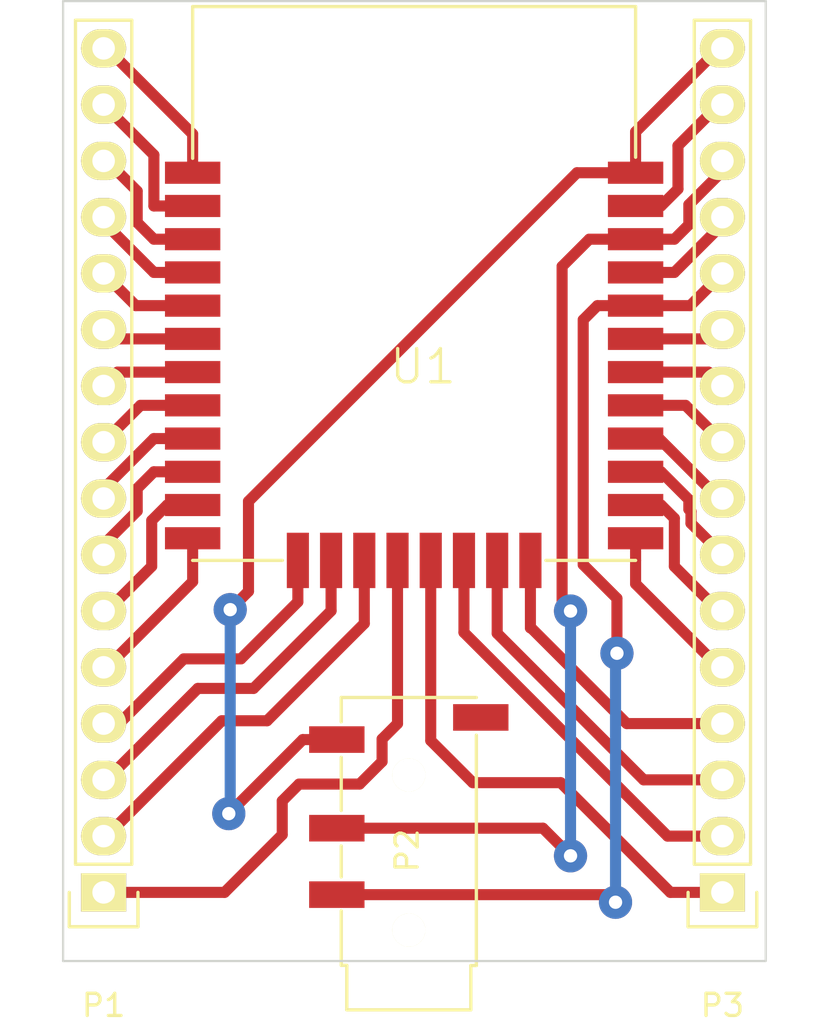
<source format=kicad_pcb>
(kicad_pcb (version 4) (host pcbnew 0.201512080931+6353~38~ubuntu14.04.1-stable)

  (general
    (links 35)
    (no_connects 0)
    (area 142.901199 85.446399 174.725801 128.878801)
    (thickness 1.6)
    (drawings 4)
    (tracks 159)
    (zones 0)
    (modules 4)
    (nets 33)
  )

  (page A4)
  (layers
    (0 F.Cu signal)
    (31 B.Cu signal)
    (32 B.Adhes user)
    (33 F.Adhes user)
    (34 B.Paste user)
    (35 F.Paste user)
    (36 B.SilkS user)
    (37 F.SilkS user)
    (38 B.Mask user)
    (39 F.Mask user)
    (40 Dwgs.User user)
    (41 Cmts.User user)
    (42 Eco1.User user)
    (43 Eco2.User user)
    (44 Edge.Cuts user)
    (45 Margin user)
    (46 B.CrtYd user)
    (47 F.CrtYd user)
    (48 B.Fab user)
    (49 F.Fab user)
  )

  (setup
    (last_trace_width 0.5)
    (trace_clearance 0.25)
    (zone_clearance 0.508)
    (zone_45_only no)
    (trace_min 0.2)
    (segment_width 0.2)
    (edge_width 0.1)
    (via_size 1.5)
    (via_drill 0.6)
    (via_min_size 0.4)
    (via_min_drill 0.3)
    (uvia_size 0.3)
    (uvia_drill 0.1)
    (uvias_allowed no)
    (uvia_min_size 0.2)
    (uvia_min_drill 0.1)
    (pcb_text_width 0.3)
    (pcb_text_size 1.5 1.5)
    (mod_edge_width 0.15)
    (mod_text_size 1 1)
    (mod_text_width 0.15)
    (pad_size 2.032 1.7272)
    (pad_drill 1.016)
    (pad_to_mask_clearance 0)
    (aux_axis_origin 0 0)
    (visible_elements FFFFFF7F)
    (pcbplotparams
      (layerselection 0x00030_80000001)
      (usegerberextensions false)
      (excludeedgelayer true)
      (linewidth 0.600000)
      (plotframeref false)
      (viasonmask false)
      (mode 1)
      (useauxorigin false)
      (hpglpennumber 1)
      (hpglpenspeed 20)
      (hpglpendiameter 15)
      (hpglpenoverlay 2)
      (psnegative false)
      (psa4output false)
      (plotreference true)
      (plotvalue true)
      (plotinvisibletext false)
      (padsonsilk false)
      (subtractmaskfromsilk false)
      (outputformat 1)
      (mirror false)
      (drillshape 1)
      (scaleselection 1)
      (outputdirectory ""))
  )

  (net 0 "")
  (net 1 "Net-(P1-Pad1)")
  (net 2 "Net-(P1-Pad2)")
  (net 3 "Net-(P1-Pad3)")
  (net 4 "Net-(P1-Pad4)")
  (net 5 "Net-(P1-Pad5)")
  (net 6 "Net-(P1-Pad6)")
  (net 7 "Net-(P1-Pad7)")
  (net 8 "Net-(P1-Pad8)")
  (net 9 "Net-(P1-Pad9)")
  (net 10 "Net-(P1-Pad10)")
  (net 11 "Net-(P1-Pad11)")
  (net 12 "Net-(P1-Pad12)")
  (net 13 "Net-(P1-Pad13)")
  (net 14 "Net-(P1-Pad14)")
  (net 15 "Net-(P1-Pad15)")
  (net 16 "Net-(P1-Pad16)")
  (net 17 "Net-(P2-Pad5)")
  (net 18 "Net-(P2-Pad2)")
  (net 19 "Net-(P2-Pad1)")
  (net 20 "Net-(P3-Pad1)")
  (net 21 "Net-(P3-Pad2)")
  (net 22 "Net-(P3-Pad3)")
  (net 23 "Net-(P3-Pad4)")
  (net 24 "Net-(P3-Pad5)")
  (net 25 "Net-(P3-Pad6)")
  (net 26 "Net-(P3-Pad7)")
  (net 27 "Net-(P3-Pad8)")
  (net 28 "Net-(P3-Pad9)")
  (net 29 "Net-(P3-Pad10)")
  (net 30 "Net-(P3-Pad11)")
  (net 31 "Net-(P3-Pad13)")
  (net 32 "Net-(P3-Pad15)")

  (net_class Default "This is the default net class."
    (clearance 0.25)
    (trace_width 0.5)
    (via_dia 1.5)
    (via_drill 0.6)
    (uvia_dia 0.3)
    (uvia_drill 0.1)
    (add_net "Net-(P1-Pad1)")
    (add_net "Net-(P1-Pad10)")
    (add_net "Net-(P1-Pad11)")
    (add_net "Net-(P1-Pad12)")
    (add_net "Net-(P1-Pad13)")
    (add_net "Net-(P1-Pad14)")
    (add_net "Net-(P1-Pad15)")
    (add_net "Net-(P1-Pad16)")
    (add_net "Net-(P1-Pad2)")
    (add_net "Net-(P1-Pad3)")
    (add_net "Net-(P1-Pad4)")
    (add_net "Net-(P1-Pad5)")
    (add_net "Net-(P1-Pad6)")
    (add_net "Net-(P1-Pad7)")
    (add_net "Net-(P1-Pad8)")
    (add_net "Net-(P1-Pad9)")
    (add_net "Net-(P2-Pad1)")
    (add_net "Net-(P2-Pad2)")
    (add_net "Net-(P2-Pad5)")
    (add_net "Net-(P3-Pad1)")
    (add_net "Net-(P3-Pad10)")
    (add_net "Net-(P3-Pad11)")
    (add_net "Net-(P3-Pad13)")
    (add_net "Net-(P3-Pad15)")
    (add_net "Net-(P3-Pad2)")
    (add_net "Net-(P3-Pad3)")
    (add_net "Net-(P3-Pad4)")
    (add_net "Net-(P3-Pad5)")
    (add_net "Net-(P3-Pad6)")
    (add_net "Net-(P3-Pad7)")
    (add_net "Net-(P3-Pad8)")
    (add_net "Net-(P3-Pad9)")
  )

  (module Pin_Headers:Pin_Header_Straight_1x16 (layer F.Cu) (tedit 5673344E) (tstamp 55EC7A15)
    (at 144.78 125.73 180)
    (descr "Through hole pin header")
    (tags "pin header")
    (path /55EC634B)
    (fp_text reference P1 (at 0 -5.1 180) (layer F.SilkS)
      (effects (font (size 1 1) (thickness 0.15)))
    )
    (fp_text value CONN_01X16 (at -0.2794 -4.318 180) (layer F.Fab)
      (effects (font (size 1 1) (thickness 0.15)))
    )
    (fp_line (start -1.75 -1.75) (end -1.75 39.85) (layer F.CrtYd) (width 0.05))
    (fp_line (start 1.75 -1.75) (end 1.75 39.85) (layer F.CrtYd) (width 0.05))
    (fp_line (start -1.75 -1.75) (end 1.75 -1.75) (layer F.CrtYd) (width 0.05))
    (fp_line (start -1.75 39.85) (end 1.75 39.85) (layer F.CrtYd) (width 0.05))
    (fp_line (start -1.27 1.27) (end -1.27 39.37) (layer F.SilkS) (width 0.15))
    (fp_line (start -1.27 39.37) (end 1.27 39.37) (layer F.SilkS) (width 0.15))
    (fp_line (start 1.27 39.37) (end 1.27 1.27) (layer F.SilkS) (width 0.15))
    (fp_line (start 1.55 -1.55) (end 1.55 0) (layer F.SilkS) (width 0.15))
    (fp_line (start 1.27 1.27) (end -1.27 1.27) (layer F.SilkS) (width 0.15))
    (fp_line (start -1.55 0) (end -1.55 -1.55) (layer F.SilkS) (width 0.15))
    (fp_line (start -1.55 -1.55) (end 1.55 -1.55) (layer F.SilkS) (width 0.15))
    (pad 1 thru_hole rect (at 0 0 180) (size 2.032 1.7272) (drill 1.016) (layers *.Cu *.Mask F.SilkS)
      (net 1 "Net-(P1-Pad1)"))
    (pad 2 thru_hole oval (at 0 2.54 180) (size 2.032 1.7272) (drill 1.016) (layers *.Cu *.Mask F.SilkS)
      (net 2 "Net-(P1-Pad2)"))
    (pad 3 thru_hole oval (at 0 5.08 180) (size 2.032 1.7272) (drill 1.016) (layers *.Cu *.Mask F.SilkS)
      (net 3 "Net-(P1-Pad3)"))
    (pad 4 thru_hole oval (at 0 7.62 180) (size 2.032 1.7272) (drill 1.016) (layers *.Cu *.Mask F.SilkS)
      (net 4 "Net-(P1-Pad4)"))
    (pad 5 thru_hole oval (at 0 10.16 180) (size 2.032 1.7272) (drill 1.016) (layers *.Cu *.Mask F.SilkS)
      (net 5 "Net-(P1-Pad5)"))
    (pad 6 thru_hole oval (at 0 12.7 180) (size 2.032 1.7272) (drill 1.016) (layers *.Cu *.Mask F.SilkS)
      (net 6 "Net-(P1-Pad6)"))
    (pad 7 thru_hole oval (at 0 15.24 180) (size 2.032 1.7272) (drill 1.016) (layers *.Cu *.Mask F.SilkS)
      (net 7 "Net-(P1-Pad7)"))
    (pad 8 thru_hole oval (at 0 17.78 180) (size 2.032 1.7272) (drill 1.016) (layers *.Cu *.Mask F.SilkS)
      (net 8 "Net-(P1-Pad8)"))
    (pad 9 thru_hole oval (at 0 20.32 180) (size 2.032 1.7272) (drill 1.016) (layers *.Cu *.Mask F.SilkS)
      (net 9 "Net-(P1-Pad9)"))
    (pad 10 thru_hole oval (at 0 22.86 180) (size 2.032 1.7272) (drill 1.016) (layers *.Cu *.Mask F.SilkS)
      (net 10 "Net-(P1-Pad10)"))
    (pad 11 thru_hole oval (at 0 25.4 180) (size 2.032 1.7272) (drill 1.016) (layers *.Cu *.Mask F.SilkS)
      (net 11 "Net-(P1-Pad11)"))
    (pad 12 thru_hole oval (at 0 27.94 180) (size 2.032 1.7272) (drill 1.016) (layers *.Cu *.Mask F.SilkS)
      (net 12 "Net-(P1-Pad12)"))
    (pad 13 thru_hole oval (at 0 30.48 180) (size 2.032 1.7272) (drill 1.016) (layers *.Cu *.Mask F.SilkS)
      (net 13 "Net-(P1-Pad13)"))
    (pad 14 thru_hole oval (at 0 33.02 180) (size 2.032 1.7272) (drill 1.016) (layers *.Cu *.Mask F.SilkS)
      (net 14 "Net-(P1-Pad14)"))
    (pad 15 thru_hole oval (at 0 35.56 180) (size 2.032 1.7272) (drill 1.016) (layers *.Cu *.Mask F.SilkS)
      (net 15 "Net-(P1-Pad15)"))
    (pad 16 thru_hole oval (at 0 38.1 180) (size 2.032 1.7272) (drill 1.016) (layers *.Cu *.Mask F.SilkS)
      (net 16 "Net-(P1-Pad16)"))
    (model Pin_Headers.3dshapes/Pin_Header_Straight_1x16.wrl
      (at (xyz 0 -0.75 0))
      (scale (xyz 1 1 1))
      (rotate (xyz 0 0 90))
    )
  )

  (module Pin_Headers:Pin_Header_Straight_1x16 (layer F.Cu) (tedit 56733455) (tstamp 55EC7A32)
    (at 172.72 125.73 180)
    (descr "Through hole pin header")
    (tags "pin header")
    (path /55EC639E)
    (fp_text reference P3 (at 0 -5.1 180) (layer F.SilkS)
      (effects (font (size 1 1) (thickness 0.15)))
    )
    (fp_text value CONN_01X16 (at 0 -3.1 180) (layer F.Fab)
      (effects (font (size 1 1) (thickness 0.15)))
    )
    (fp_line (start -1.75 -1.75) (end -1.75 39.85) (layer F.CrtYd) (width 0.05))
    (fp_line (start 1.75 -1.75) (end 1.75 39.85) (layer F.CrtYd) (width 0.05))
    (fp_line (start -1.75 -1.75) (end 1.75 -1.75) (layer F.CrtYd) (width 0.05))
    (fp_line (start -1.75 39.85) (end 1.75 39.85) (layer F.CrtYd) (width 0.05))
    (fp_line (start -1.27 1.27) (end -1.27 39.37) (layer F.SilkS) (width 0.15))
    (fp_line (start -1.27 39.37) (end 1.27 39.37) (layer F.SilkS) (width 0.15))
    (fp_line (start 1.27 39.37) (end 1.27 1.27) (layer F.SilkS) (width 0.15))
    (fp_line (start 1.55 -1.55) (end 1.55 0) (layer F.SilkS) (width 0.15))
    (fp_line (start 1.27 1.27) (end -1.27 1.27) (layer F.SilkS) (width 0.15))
    (fp_line (start -1.55 0) (end -1.55 -1.55) (layer F.SilkS) (width 0.15))
    (fp_line (start -1.55 -1.55) (end 1.55 -1.55) (layer F.SilkS) (width 0.15))
    (pad 1 thru_hole rect (at 0 0 180) (size 2.032 1.7272) (drill 1.016) (layers *.Cu *.Mask F.SilkS)
      (net 20 "Net-(P3-Pad1)"))
    (pad 2 thru_hole oval (at 0 2.54 180) (size 2.032 1.7272) (drill 1.016) (layers *.Cu *.Mask F.SilkS)
      (net 21 "Net-(P3-Pad2)"))
    (pad 3 thru_hole oval (at 0 5.08 180) (size 2.032 1.7272) (drill 1.016) (layers *.Cu *.Mask F.SilkS)
      (net 22 "Net-(P3-Pad3)"))
    (pad 4 thru_hole oval (at 0 7.62 180) (size 2.032 1.7272) (drill 1.016) (layers *.Cu *.Mask F.SilkS)
      (net 23 "Net-(P3-Pad4)"))
    (pad 5 thru_hole oval (at 0 10.16 180) (size 2.032 1.7272) (drill 1.016) (layers *.Cu *.Mask F.SilkS)
      (net 24 "Net-(P3-Pad5)"))
    (pad 6 thru_hole oval (at 0 12.7 180) (size 2.032 1.7272) (drill 1.016) (layers *.Cu *.Mask F.SilkS)
      (net 25 "Net-(P3-Pad6)"))
    (pad 7 thru_hole oval (at 0 15.24 180) (size 2.032 1.7272) (drill 1.016) (layers *.Cu *.Mask F.SilkS)
      (net 26 "Net-(P3-Pad7)"))
    (pad 8 thru_hole oval (at 0 17.78 180) (size 2.032 1.7272) (drill 1.016) (layers *.Cu *.Mask F.SilkS)
      (net 27 "Net-(P3-Pad8)"))
    (pad 9 thru_hole oval (at 0 20.32 180) (size 2.032 1.7272) (drill 1.016) (layers *.Cu *.Mask F.SilkS)
      (net 28 "Net-(P3-Pad9)"))
    (pad 10 thru_hole oval (at 0 22.86 180) (size 2.032 1.7272) (drill 1.016) (layers *.Cu *.Mask F.SilkS)
      (net 29 "Net-(P3-Pad10)"))
    (pad 11 thru_hole oval (at 0 25.4 180) (size 2.032 1.7272) (drill 1.016) (layers *.Cu *.Mask F.SilkS)
      (net 30 "Net-(P3-Pad11)"))
    (pad 12 thru_hole oval (at 0 27.94 180) (size 2.032 1.7272) (drill 1.016) (layers *.Cu *.Mask F.SilkS)
      (net 19 "Net-(P2-Pad1)"))
    (pad 13 thru_hole oval (at 0 30.48 180) (size 2.032 1.7272) (drill 1.016) (layers *.Cu *.Mask F.SilkS)
      (net 31 "Net-(P3-Pad13)"))
    (pad 14 thru_hole oval (at 0 33.02 180) (size 2.032 1.7272) (drill 1.016) (layers *.Cu *.Mask F.SilkS)
      (net 18 "Net-(P2-Pad2)"))
    (pad 15 thru_hole oval (at 0 35.56 180) (size 2.032 1.7272) (drill 1.016) (layers *.Cu *.Mask F.SilkS)
      (net 32 "Net-(P3-Pad15)"))
    (pad 16 thru_hole oval (at 0 38.1 180) (size 2.032 1.7272) (drill 1.016) (layers *.Cu *.Mask F.SilkS)
      (net 17 "Net-(P2-Pad5)"))
    (model Pin_Headers.3dshapes/Pin_Header_Straight_1x16.wrl
      (at (xyz 0 -0.75 0))
      (scale (xyz 1 1 1))
      (rotate (xyz 0 0 90))
    )
  )

  (module modules:MB-CM15113 (layer F.Cu) (tedit 567337EC) (tstamp 55EC7A56)
    (at 148.8 110.744)
    (path /55EC62E4)
    (fp_text reference U1 (at 10.4 -8.75) (layer F.SilkS)
      (effects (font (size 1.5 1.5) (thickness 0.15)))
    )
    (fp_text value MB-CM15113 (at 10 -13.45) (layer F.Fab)
      (effects (font (size 1.5 1.5) (thickness 0.15)))
    )
    (fp_line (start 20 -18.2) (end 20 -25) (layer F.SilkS) (width 0.15))
    (fp_line (start 20 -25) (end 0 -25) (layer F.SilkS) (width 0.15))
    (fp_line (start 0 -25) (end 0 -18.15) (layer F.SilkS) (width 0.15))
    (fp_line (start 20 0) (end 15.95 0) (layer F.SilkS) (width 0.15))
    (fp_line (start 0 0) (end 4.05 0) (layer F.SilkS) (width 0.15))
    (pad 1 smd rect (at 0 -17.5) (size 2.5 1) (layers F.Cu F.Paste F.Mask)
      (net 16 "Net-(P1-Pad16)"))
    (pad 2 smd rect (at 0 -16) (size 2.5 1) (layers F.Cu F.Paste F.Mask)
      (net 15 "Net-(P1-Pad15)"))
    (pad 3 smd rect (at 0 -14.5) (size 2.5 1) (layers F.Cu F.Paste F.Mask)
      (net 14 "Net-(P1-Pad14)"))
    (pad 4 smd rect (at 0 -13) (size 2.5 1) (layers F.Cu F.Paste F.Mask)
      (net 13 "Net-(P1-Pad13)"))
    (pad 5 smd rect (at 0 -11.5) (size 2.5 1) (layers F.Cu F.Paste F.Mask)
      (net 12 "Net-(P1-Pad12)"))
    (pad 6 smd rect (at 0 -10) (size 2.5 1) (layers F.Cu F.Paste F.Mask)
      (net 11 "Net-(P1-Pad11)"))
    (pad 7 smd rect (at 0 -8.5) (size 2.5 1) (layers F.Cu F.Paste F.Mask)
      (net 10 "Net-(P1-Pad10)"))
    (pad 8 smd rect (at 0 -7) (size 2.5 1) (layers F.Cu F.Paste F.Mask)
      (net 9 "Net-(P1-Pad9)"))
    (pad 9 smd rect (at 0 -5.5) (size 2.5 1) (layers F.Cu F.Paste F.Mask)
      (net 8 "Net-(P1-Pad8)"))
    (pad 10 smd rect (at 0 -4) (size 2.5 1) (layers F.Cu F.Paste F.Mask)
      (net 7 "Net-(P1-Pad7)"))
    (pad 11 smd rect (at 0 -2.5) (size 2.5 1) (layers F.Cu F.Paste F.Mask)
      (net 6 "Net-(P1-Pad6)"))
    (pad 12 smd rect (at 0 -1) (size 2.5 1) (layers F.Cu F.Paste F.Mask)
      (net 5 "Net-(P1-Pad5)"))
    (pad 13 smd rect (at 4.75 0) (size 1 2.5) (layers F.Cu F.Paste F.Mask)
      (net 4 "Net-(P1-Pad4)"))
    (pad 14 smd rect (at 6.25 0) (size 1 2.5) (layers F.Cu F.Paste F.Mask)
      (net 3 "Net-(P1-Pad3)"))
    (pad 15 smd rect (at 7.75 0) (size 1 2.5) (layers F.Cu F.Paste F.Mask)
      (net 2 "Net-(P1-Pad2)"))
    (pad 16 smd rect (at 9.25 0) (size 1 2.5) (layers F.Cu F.Paste F.Mask)
      (net 1 "Net-(P1-Pad1)"))
    (pad 17 smd rect (at 10.75 0) (size 1 2.5) (layers F.Cu F.Paste F.Mask)
      (net 20 "Net-(P3-Pad1)"))
    (pad 18 smd rect (at 12.25 0) (size 1 2.5) (layers F.Cu F.Paste F.Mask)
      (net 21 "Net-(P3-Pad2)"))
    (pad 19 smd rect (at 13.75 0) (size 1 2.5) (layers F.Cu F.Paste F.Mask)
      (net 22 "Net-(P3-Pad3)"))
    (pad 20 smd rect (at 15.25 0) (size 1 2.5) (layers F.Cu F.Paste F.Mask)
      (net 23 "Net-(P3-Pad4)"))
    (pad 32 smd rect (at 20 -17.5) (size 2.5 1) (layers F.Cu F.Paste F.Mask)
      (net 17 "Net-(P2-Pad5)"))
    (pad 31 smd rect (at 20 -16) (size 2.5 1) (layers F.Cu F.Paste F.Mask)
      (net 32 "Net-(P3-Pad15)"))
    (pad 30 smd rect (at 20 -14.5) (size 2.5 1) (layers F.Cu F.Paste F.Mask)
      (net 18 "Net-(P2-Pad2)"))
    (pad 29 smd rect (at 20 -13) (size 2.5 1) (layers F.Cu F.Paste F.Mask)
      (net 31 "Net-(P3-Pad13)"))
    (pad 28 smd rect (at 20 -11.5) (size 2.5 1) (layers F.Cu F.Paste F.Mask)
      (net 19 "Net-(P2-Pad1)"))
    (pad 27 smd rect (at 20 -10) (size 2.5 1) (layers F.Cu F.Paste F.Mask)
      (net 30 "Net-(P3-Pad11)"))
    (pad 26 smd rect (at 20 -8.5) (size 2.5 1) (layers F.Cu F.Paste F.Mask)
      (net 29 "Net-(P3-Pad10)"))
    (pad 25 smd rect (at 20 -7) (size 2.5 1) (layers F.Cu F.Paste F.Mask)
      (net 28 "Net-(P3-Pad9)"))
    (pad 24 smd rect (at 20 -5.5) (size 2.5 1) (layers F.Cu F.Paste F.Mask)
      (net 27 "Net-(P3-Pad8)"))
    (pad 23 smd rect (at 20 -4) (size 2.5 1) (layers F.Cu F.Paste F.Mask)
      (net 26 "Net-(P3-Pad7)"))
    (pad 22 smd rect (at 20 -2.5) (size 2.5 1) (layers F.Cu F.Paste F.Mask)
      (net 25 "Net-(P3-Pad6)"))
    (pad 21 smd rect (at 20 -1) (size 2.5 1) (layers F.Cu F.Paste F.Mask)
      (net 24 "Net-(P3-Pad5)"))
  )

  (module jacks:PJ3020D (layer F.Cu) (tedit 5673F0DC) (tstamp 567410B5)
    (at 158.5595 129.032 180)
    (path /55EC6792)
    (fp_text reference P2 (at 0.08 5.19 270) (layer F.SilkS)
      (effects (font (size 1 1) (thickness 0.15)))
    )
    (fp_text value CONN_01X05 (at -1.87 5.69 270) (layer F.Fab)
      (effects (font (size 1 1) (thickness 0.15)))
    )
    (fp_line (start 3.05 11) (end 3.05 12.1) (layer F.SilkS) (width 0.15))
    (fp_line (start 3.05 12.1) (end -3.05 12.1) (layer F.SilkS) (width 0.15))
    (fp_line (start 3.05 7) (end 3.05 9.4) (layer F.SilkS) (width 0.15))
    (fp_line (start 3.05 2.47) (end 3.05 0.01) (layer F.SilkS) (width 0.15))
    (fp_line (start 3.05 0.01) (end 2.8 0.01) (layer F.SilkS) (width 0.15))
    (fp_line (start 2.8 0) (end 2.8 -2) (layer F.SilkS) (width 0.15))
    (fp_line (start 2.8 -2) (end -2.8 -2) (layer F.SilkS) (width 0.15))
    (fp_line (start -2.8 -2) (end -2.8 0) (layer F.SilkS) (width 0.15))
    (fp_line (start -2.8 0) (end -3.05 0) (layer F.SilkS) (width 0.15))
    (fp_line (start -3.05 0) (end -3.05 10.4) (layer F.SilkS) (width 0.15))
    (fp_line (start 3.05 5.4) (end 3.05 4) (layer F.SilkS) (width 0.15))
    (pad "" np_thru_hole circle (at 0 1.6 180) (size 1.5 1.5) (drill 1.5) (layers *.Cu *.Mask F.SilkS))
    (pad "" np_thru_hole circle (at 0 8.6 180) (size 1.5 1.5) (drill 1.5) (layers *.Cu *.Mask F.SilkS))
    (pad 1 smd rect (at 3.25 3.2 180) (size 2.5 1.2) (layers F.Cu F.Paste F.Mask)
      (net 19 "Net-(P2-Pad1)"))
    (pad 2 smd rect (at 3.25 6.2 180) (size 2.5 1.2) (layers F.Cu F.Paste F.Mask)
      (net 18 "Net-(P2-Pad2)"))
    (pad 5 smd rect (at 3.25 10.2 180) (size 2.5 1.2) (layers F.Cu F.Paste F.Mask)
      (net 17 "Net-(P2-Pad5)"))
    (pad 6 smd rect (at -3.25 11.2 180) (size 2.5 1.2) (layers F.Cu F.Paste F.Mask))
  )

  (gr_line (start 142.9512 85.4964) (end 174.6758 85.4964) (angle 90) (layer Edge.Cuts) (width 0.1))
  (gr_line (start 142.9512 128.8288) (end 174.6758 128.8288) (angle 90) (layer Edge.Cuts) (width 0.1))
  (gr_line (start 142.9512 85.4964) (end 142.9512 128.8288) (angle 90) (layer Edge.Cuts) (width 0.1))
  (gr_line (start 174.6758 128.8034) (end 174.6758 85.4964) (angle 90) (layer Edge.Cuts) (width 0.1))

  (segment (start 158.05 110.744) (end 158.05 118.1115) (width 0.5) (layer F.Cu) (net 1) (status 400000))
  (segment (start 157.353 118.8085) (end 157.353 119.8245) (width 0.5) (layer F.Cu) (net 1) (tstamp 56741222))
  (segment (start 158.05 118.1115) (end 157.353 118.8085) (width 0.5) (layer F.Cu) (net 1) (tstamp 56741221))
  (segment (start 144.78 125.73) (end 150.241 125.73) (width 0.5) (layer F.Cu) (net 1) (status 400000))
  (segment (start 150.241 125.73) (end 152.8445 123.1265) (width 0.5) (layer F.Cu) (net 1) (tstamp 5674114D))
  (segment (start 152.8445 123.1265) (end 152.8445 121.6025) (width 0.5) (layer F.Cu) (net 1) (tstamp 5674114F))
  (segment (start 152.8445 121.6025) (end 153.6065 120.8405) (width 0.5) (layer F.Cu) (net 1) (tstamp 56741150))
  (segment (start 153.6065 120.8405) (end 156.337 120.8405) (width 0.5) (layer F.Cu) (net 1) (tstamp 56741151))
  (segment (start 156.337 120.8405) (end 157.353 119.8245) (width 0.5) (layer F.Cu) (net 1) (tstamp 56741152))
  (segment (start 144.78 125.73) (end 144.9324 125.73) (width 0.5) (layer F.Cu) (net 1))
  (segment (start 144.78 123.19) (end 144.907 123.19) (width 0.5) (layer F.Cu) (net 2) (status C00000))
  (segment (start 144.907 123.19) (end 150.114 117.983) (width 0.5) (layer F.Cu) (net 2) (tstamp 5674113C) (status 400000))
  (segment (start 150.114 117.983) (end 152.1587 117.983) (width 0.5) (layer F.Cu) (net 2) (tstamp 5674113D))
  (segment (start 152.1587 117.983) (end 156.55 113.5917) (width 0.5) (layer F.Cu) (net 2) (tstamp 56741141))
  (segment (start 156.55 113.5917) (end 156.55 110.744) (width 0.5) (layer F.Cu) (net 2))
  (segment (start 144.78 123.19) (end 144.9324 123.19) (width 0.5) (layer F.Cu) (net 2))
  (segment (start 144.78 120.65) (end 144.907 120.65) (width 0.5) (layer F.Cu) (net 3) (status C00000))
  (segment (start 144.907 120.65) (end 149.0345 116.5225) (width 0.5) (layer F.Cu) (net 3) (tstamp 56741134) (status 400000))
  (segment (start 149.0345 116.5225) (end 151.5491 116.5225) (width 0.5) (layer F.Cu) (net 3) (tstamp 56741135))
  (segment (start 144.9324 120.65) (end 144.78 120.65) (width 0.5) (layer F.Cu) (net 3))
  (segment (start 155.05 113.0216) (end 151.5491 116.5225) (width 0.5) (layer F.Cu) (net 3))
  (segment (start 155.05 110.744) (end 155.05 113.0216) (width 0.5) (layer F.Cu) (net 3))
  (segment (start 144.78 118.11) (end 145.4785 118.11) (width 0.5) (layer F.Cu) (net 4) (status C00000))
  (segment (start 145.4785 118.11) (end 148.3995 115.189) (width 0.5) (layer F.Cu) (net 4) (tstamp 56741227) (status 400000))
  (segment (start 148.3995 115.189) (end 150.9776 115.189) (width 0.5) (layer F.Cu) (net 4) (tstamp 56741228))
  (segment (start 144.78 118.11) (end 144.8435 118.11) (width 0.5) (layer F.Cu) (net 4) (status C00000))
  (segment (start 150.9776 115.189) (end 153.55 112.6166) (width 0.5) (layer F.Cu) (net 4) (tstamp 5674112F))
  (segment (start 144.78 118.11) (end 144.9324 118.11) (width 0.5) (layer F.Cu) (net 4))
  (segment (start 153.55 112.6166) (end 153.55 110.744) (width 0.5) (layer F.Cu) (net 4))
  (segment (start 145.161 115.3414) (end 145.0086 115.3414) (width 0.5) (layer F.Cu) (net 5))
  (segment (start 145.0086 115.3414) (end 144.78 115.57) (width 0.5) (layer F.Cu) (net 5))
  (segment (start 148.8 109.744) (end 148.8 111.7024) (width 0.5) (layer F.Cu) (net 5))
  (segment (start 148.8 111.7024) (end 145.161 115.3414) (width 0.5) (layer F.Cu) (net 5))
  (segment (start 146.9517 111.0107) (end 146.9517 108.942298) (width 0.5) (layer F.Cu) (net 6))
  (segment (start 146.9517 108.942298) (end 147.649998 108.244) (width 0.5) (layer F.Cu) (net 6))
  (segment (start 147.649998 108.244) (end 148.8 108.244) (width 0.5) (layer F.Cu) (net 6))
  (segment (start 144.9324 113.03) (end 146.9517 111.0107) (width 0.5) (layer F.Cu) (net 6))
  (segment (start 144.9324 113.03) (end 144.78 113.03) (width 0.5) (layer F.Cu) (net 6))
  (segment (start 144.78 110.49) (end 144.78 110.030835) (width 0.5) (layer F.Cu) (net 7))
  (segment (start 144.78 110.030835) (end 146.29601 108.514825) (width 0.5) (layer F.Cu) (net 7))
  (segment (start 146.29601 107.49799) (end 146.29601 108.514825) (width 0.5) (layer F.Cu) (net 7))
  (segment (start 148.8 106.744) (end 147.05 106.744) (width 0.5) (layer F.Cu) (net 7))
  (segment (start 147.05 106.744) (end 146.29601 107.49799) (width 0.5) (layer F.Cu) (net 7))
  (segment (start 148.8 105.244) (end 147.05 105.244) (width 0.5) (layer F.Cu) (net 8))
  (segment (start 144.78 107.514) (end 144.78 107.95) (width 0.5) (layer F.Cu) (net 8))
  (segment (start 147.05 105.244) (end 144.78 107.514) (width 0.5) (layer F.Cu) (net 8))
  (segment (start 148.8 103.744) (end 146.446 103.744) (width 0.5) (layer F.Cu) (net 9))
  (segment (start 146.446 103.744) (end 144.78 105.41) (width 0.5) (layer F.Cu) (net 9))
  (segment (start 148.8 102.244) (end 145.406 102.244) (width 0.5) (layer F.Cu) (net 10))
  (segment (start 145.406 102.244) (end 144.78 102.87) (width 0.5) (layer F.Cu) (net 10))
  (segment (start 148.8 100.744) (end 145.194 100.744) (width 0.5) (layer F.Cu) (net 11))
  (segment (start 145.194 100.744) (end 144.78 100.33) (width 0.5) (layer F.Cu) (net 11))
  (segment (start 148.8 99.244) (end 146.234 99.244) (width 0.5) (layer F.Cu) (net 12))
  (segment (start 146.234 99.244) (end 144.78 97.79) (width 0.5) (layer F.Cu) (net 12))
  (segment (start 148.8 97.744) (end 147.05 97.744) (width 0.5) (layer F.Cu) (net 13))
  (segment (start 147.05 97.744) (end 144.78 95.474) (width 0.5) (layer F.Cu) (net 13))
  (segment (start 144.78 95.474) (end 144.78 95.25) (width 0.5) (layer F.Cu) (net 13))
  (segment (start 148.8 96.244) (end 147.05 96.244) (width 0.5) (layer F.Cu) (net 14))
  (segment (start 146.29601 95.49001) (end 146.29601 94.07361) (width 0.5) (layer F.Cu) (net 14))
  (segment (start 147.05 96.244) (end 146.29601 95.49001) (width 0.5) (layer F.Cu) (net 14))
  (segment (start 146.29601 94.07361) (end 144.9324 92.71) (width 0.5) (layer F.Cu) (net 14))
  (segment (start 144.9324 92.71) (end 144.78 92.71) (width 0.5) (layer F.Cu) (net 14))
  (segment (start 148.8 94.744) (end 147.049999 94.743999) (width 0.5) (layer F.Cu) (net 15))
  (segment (start 147.049999 94.743999) (end 147.049999 92.439999) (width 0.5) (layer F.Cu) (net 15))
  (segment (start 147.049999 92.439999) (end 144.78 90.17) (width 0.5) (layer F.Cu) (net 15))
  (segment (start 148.8 93.244) (end 148.8 91.4976) (width 0.5) (layer F.Cu) (net 16))
  (segment (start 148.8 91.4976) (end 144.9324 87.63) (width 0.5) (layer F.Cu) (net 16))
  (segment (start 144.9324 87.63) (end 144.78 87.63) (width 0.5) (layer F.Cu) (net 16))
  (segment (start 155.3095 118.832) (end 153.7735 118.832) (width 0.5) (layer F.Cu) (net 17) (status 400000))
  (segment (start 166.1535 93.244) (end 168.8 93.244) (width 0.5) (layer F.Cu) (net 17) (tstamp 56741160) (status 800000))
  (segment (start 151.3205 108.077) (end 166.1535 93.244) (width 0.5) (layer F.Cu) (net 17) (tstamp 5674115E))
  (segment (start 151.3205 112.141) (end 151.3205 108.077) (width 0.5) (layer F.Cu) (net 17) (tstamp 5674115D))
  (segment (start 150.495 112.9665) (end 151.3205 112.141) (width 0.5) (layer F.Cu) (net 17) (tstamp 5674115C))
  (via (at 150.495 112.9665) (size 1.5) (drill 0.6) (layers F.Cu B.Cu) (net 17))
  (segment (start 150.495 122.1105) (end 150.495 112.9665) (width 0.5) (layer B.Cu) (net 17) (tstamp 5674115A))
  (segment (start 150.4315 122.174) (end 150.495 122.1105) (width 0.5) (layer B.Cu) (net 17) (tstamp 56741159))
  (via (at 150.4315 122.174) (size 1.5) (drill 0.6) (layers F.Cu B.Cu) (net 17))
  (segment (start 153.7735 118.832) (end 150.4315 122.174) (width 0.5) (layer F.Cu) (net 17) (tstamp 56741157))
  (segment (start 168.8 93.244) (end 168.8 91.3976) (width 0.5) (layer F.Cu) (net 17))
  (segment (start 168.8 91.3976) (end 172.5676 87.63) (width 0.5) (layer F.Cu) (net 17))
  (segment (start 172.5676 87.63) (end 172.72 87.63) (width 0.5) (layer F.Cu) (net 17))
  (segment (start 155.3095 122.832) (end 164.615 122.832) (width 0.5) (layer F.Cu) (net 18) (status 400000))
  (segment (start 166.7095 96.244) (end 168.8 96.244) (width 0.5) (layer F.Cu) (net 18) (tstamp 567411F1) (status 800000))
  (segment (start 165.481 97.4725) (end 166.7095 96.244) (width 0.5) (layer F.Cu) (net 18) (tstamp 567411F0))
  (segment (start 165.481 112.649) (end 165.481 97.4725) (width 0.5) (layer F.Cu) (net 18) (tstamp 567411EF))
  (segment (start 165.862 113.03) (end 165.481 112.649) (width 0.5) (layer F.Cu) (net 18) (tstamp 567411EE))
  (via (at 165.862 113.03) (size 1.5) (drill 0.6) (layers F.Cu B.Cu) (net 18))
  (segment (start 165.862 124.079) (end 165.862 113.03) (width 0.5) (layer B.Cu) (net 18) (tstamp 567411EB))
  (via (at 165.862 124.079) (size 1.5) (drill 0.6) (layers F.Cu B.Cu) (net 18))
  (segment (start 164.615 122.832) (end 165.862 124.079) (width 0.5) (layer F.Cu) (net 18) (tstamp 567411E9))
  (segment (start 172.72 92.71) (end 172.72 93.169165) (width 0.5) (layer F.Cu) (net 18))
  (segment (start 172.72 93.169165) (end 171.20399 94.685175) (width 0.5) (layer F.Cu) (net 18))
  (segment (start 171.20399 95.59001) (end 171.20399 94.685175) (width 0.5) (layer F.Cu) (net 18))
  (segment (start 168.8 96.244) (end 170.55 96.244) (width 0.5) (layer F.Cu) (net 18))
  (segment (start 170.55 96.244) (end 171.20399 95.59001) (width 0.5) (layer F.Cu) (net 18))
  (segment (start 168.8 99.244) (end 167.075 99.244) (width 0.5) (layer F.Cu) (net 19) (status 400000))
  (segment (start 167.5515 125.832) (end 155.3095 125.832) (width 0.5) (layer F.Cu) (net 19) (tstamp 567411FD) (status 800000))
  (segment (start 167.894 126.1745) (end 167.5515 125.832) (width 0.5) (layer F.Cu) (net 19) (tstamp 567411FC))
  (via (at 167.894 126.1745) (size 1.5) (drill 0.6) (layers F.Cu B.Cu) (net 19))
  (segment (start 167.894 114.9985) (end 167.894 126.1745) (width 0.5) (layer B.Cu) (net 19) (tstamp 567411FA))
  (segment (start 167.9575 114.935) (end 167.894 114.9985) (width 0.5) (layer B.Cu) (net 19) (tstamp 567411F9))
  (via (at 167.9575 114.935) (size 1.5) (drill 0.6) (layers F.Cu B.Cu) (net 19))
  (segment (start 167.9575 112.4585) (end 167.9575 114.935) (width 0.5) (layer F.Cu) (net 19) (tstamp 567411F7))
  (segment (start 166.4335 110.9345) (end 167.9575 112.4585) (width 0.5) (layer F.Cu) (net 19) (tstamp 567411F6))
  (segment (start 166.4335 99.8855) (end 166.4335 110.9345) (width 0.5) (layer F.Cu) (net 19) (tstamp 567411F5))
  (segment (start 167.075 99.244) (end 166.4335 99.8855) (width 0.5) (layer F.Cu) (net 19) (tstamp 567411F4))
  (segment (start 172.72 97.79) (end 171.266 99.244) (width 0.5) (layer F.Cu) (net 19))
  (segment (start 171.266 99.244) (end 168.8 99.244) (width 0.5) (layer F.Cu) (net 19))
  (segment (start 159.55 110.744) (end 159.55 118.87825) (width 0.5) (layer F.Cu) (net 20) (status 400000))
  (segment (start 170.3705 125.73) (end 172.72 125.73) (width 0.5) (layer F.Cu) (net 20) (tstamp 5674121C) (status 800000))
  (segment (start 165.4175 120.777) (end 170.3705 125.73) (width 0.5) (layer F.Cu) (net 20) (tstamp 5674121A))
  (segment (start 161.44875 120.777) (end 165.4175 120.777) (width 0.5) (layer F.Cu) (net 20) (tstamp 56741219))
  (segment (start 159.55 118.87825) (end 161.44875 120.777) (width 0.5) (layer F.Cu) (net 20) (tstamp 56741218))
  (segment (start 172.72 125.73) (end 171.831 125.73) (width 0.5) (layer F.Cu) (net 20) (status C00000))
  (segment (start 172.6565 125.73) (end 172.72 125.73) (width 0.5) (layer F.Cu) (net 20) (tstamp 56741171) (status C00000))
  (segment (start 172.72 123.19) (end 170.2435 123.19) (width 0.5) (layer F.Cu) (net 21) (status 400000))
  (segment (start 170.2435 123.19) (end 161.05 113.9965) (width 0.5) (layer F.Cu) (net 21) (tstamp 5674120E))
  (segment (start 161.05 110.744) (end 161.05 113.9965) (width 0.5) (layer F.Cu) (net 21) (status 400000))
  (segment (start 172.72 123.19) (end 171.831 123.19) (width 0.5) (layer F.Cu) (net 21) (status C00000))
  (segment (start 172.72 120.65) (end 169.164 120.65) (width 0.5) (layer F.Cu) (net 22) (status 400000))
  (segment (start 162.55 114.036) (end 162.55 110.744) (width 0.5) (layer F.Cu) (net 22) (tstamp 56741214) (status 800000))
  (segment (start 169.164 120.65) (end 162.55 114.036) (width 0.5) (layer F.Cu) (net 22) (tstamp 56741212))
  (segment (start 164.05 113.792) (end 164.084 113.792) (width 0.5) (layer F.Cu) (net 23))
  (segment (start 164.084 113.792) (end 168.402 118.11) (width 0.5) (layer F.Cu) (net 23) (tstamp 567411D0))
  (segment (start 164.05 113.7285) (end 164.05 113.792) (width 0.5) (layer F.Cu) (net 23))
  (segment (start 164.05 110.744) (end 164.05 113.7285) (width 0.5) (layer F.Cu) (net 23) (status 400000))
  (segment (start 172.72 118.11) (end 168.402 118.11) (width 0.5) (layer F.Cu) (net 23) (status 400000))
  (segment (start 172.72 115.57) (end 172.5676 115.57) (width 0.5) (layer F.Cu) (net 24))
  (segment (start 172.5676 115.57) (end 168.8 111.8024) (width 0.5) (layer F.Cu) (net 24))
  (segment (start 168.8 111.8024) (end 168.8 110.744) (width 0.5) (layer F.Cu) (net 24))
  (segment (start 168.8 110.744) (end 168.8 109.744) (width 0.5) (layer F.Cu) (net 24))
  (segment (start 168.8 108.244) (end 169.950002 108.244) (width 0.5) (layer F.Cu) (net 25))
  (segment (start 169.950002 108.244) (end 170.550001 108.843999) (width 0.5) (layer F.Cu) (net 25))
  (segment (start 170.550001 108.843999) (end 170.550001 111.012401) (width 0.5) (layer F.Cu) (net 25))
  (segment (start 170.550001 111.012401) (end 172.5676 113.03) (width 0.5) (layer F.Cu) (net 25))
  (segment (start 172.5676 113.03) (end 172.72 113.03) (width 0.5) (layer F.Cu) (net 25))
  (segment (start 171.300011 109.070011) (end 171.300011 108.533335) (width 0.5) (layer F.Cu) (net 26))
  (segment (start 171.300011 108.533335) (end 171.20399 108.437314) (width 0.5) (layer F.Cu) (net 26))
  (segment (start 168.8 106.744) (end 169.950002 106.744) (width 0.5) (layer F.Cu) (net 26))
  (segment (start 169.950002 106.744) (end 171.20399 107.997988) (width 0.5) (layer F.Cu) (net 26))
  (segment (start 171.20399 107.997988) (end 171.20399 108.437314) (width 0.5) (layer F.Cu) (net 26))
  (segment (start 171.300011 109.070011) (end 172.72 110.49) (width 0.5) (layer F.Cu) (net 26))
  (segment (start 172.72 107.95) (end 172.5676 107.95) (width 0.5) (layer F.Cu) (net 27))
  (segment (start 172.5676 107.95) (end 169.8616 105.244) (width 0.5) (layer F.Cu) (net 27))
  (segment (start 169.8616 105.244) (end 168.8 105.244) (width 0.5) (layer F.Cu) (net 27))
  (segment (start 168.8 103.744) (end 171.054 103.744) (width 0.5) (layer F.Cu) (net 28))
  (segment (start 171.054 103.744) (end 172.72 105.41) (width 0.5) (layer F.Cu) (net 28))
  (segment (start 172.72 102.87) (end 172.094 102.244) (width 0.5) (layer F.Cu) (net 29))
  (segment (start 172.094 102.244) (end 168.8 102.244) (width 0.5) (layer F.Cu) (net 29))
  (segment (start 168.8 100.744) (end 172.306 100.744) (width 0.5) (layer F.Cu) (net 30))
  (segment (start 172.306 100.744) (end 172.72 100.33) (width 0.5) (layer F.Cu) (net 30))
  (segment (start 168.8 97.744) (end 170.55 97.744) (width 0.5) (layer F.Cu) (net 31))
  (segment (start 170.55 97.744) (end 172.72 95.574) (width 0.5) (layer F.Cu) (net 31))
  (segment (start 172.72 95.574) (end 172.72 95.25) (width 0.5) (layer F.Cu) (net 31))
  (segment (start 170.7134 93.980602) (end 170.7134 92.0242) (width 0.5) (layer F.Cu) (net 32))
  (segment (start 170.7134 92.0242) (end 172.5676 90.17) (width 0.5) (layer F.Cu) (net 32))
  (segment (start 172.5676 90.17) (end 172.72 90.17) (width 0.5) (layer F.Cu) (net 32))
  (segment (start 169.950002 94.744) (end 170.7134 93.980602) (width 0.5) (layer F.Cu) (net 32))
  (segment (start 168.8 94.744) (end 169.950002 94.744) (width 0.5) (layer F.Cu) (net 32))

)

</source>
